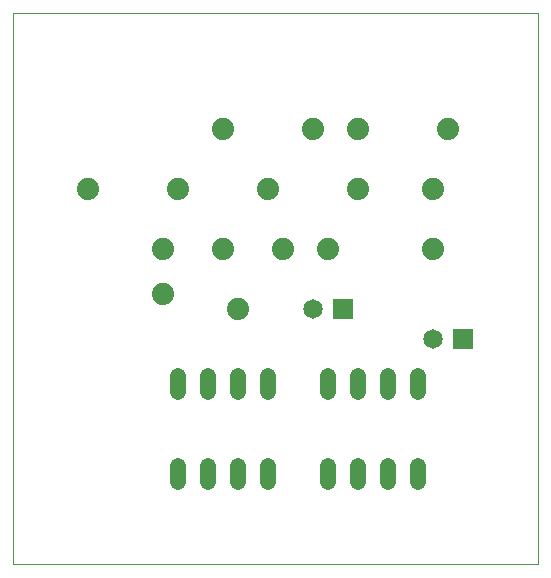
<source format=gtl>
G75*
G70*
%OFA0B0*%
%FSLAX24Y24*%
%IPPOS*%
%LPD*%
%AMOC8*
5,1,8,0,0,1.08239X$1,22.5*
%
%ADD10C,0.0000*%
%ADD11C,0.0740*%
%ADD12R,0.0650X0.0650*%
%ADD13C,0.0650*%
%ADD14C,0.0520*%
D10*
X000100Y000100D02*
X000100Y018470D01*
X017592Y018470D01*
X017592Y000100D01*
X000100Y000100D01*
D11*
X007600Y008600D03*
X007100Y010600D03*
X005600Y012600D03*
X005100Y010600D03*
X005100Y009100D03*
X002600Y012600D03*
X007100Y014600D03*
X008600Y012600D03*
X009100Y010600D03*
X010600Y010600D03*
X011600Y012600D03*
X011600Y014600D03*
X010100Y014600D03*
X014100Y012600D03*
X014100Y010600D03*
X014600Y014600D03*
D12*
X011100Y008600D03*
X015100Y007600D03*
D13*
X014100Y007600D03*
X010100Y008600D03*
D14*
X010600Y006360D02*
X010600Y005840D01*
X011600Y005840D02*
X011600Y006360D01*
X012600Y006360D02*
X012600Y005840D01*
X013600Y005840D02*
X013600Y006360D01*
X013600Y003360D02*
X013600Y002840D01*
X012600Y002840D02*
X012600Y003360D01*
X011600Y003360D02*
X011600Y002840D01*
X010600Y002840D02*
X010600Y003360D01*
X008600Y003360D02*
X008600Y002840D01*
X007600Y002840D02*
X007600Y003360D01*
X006600Y003360D02*
X006600Y002840D01*
X005600Y002840D02*
X005600Y003360D01*
X005600Y005840D02*
X005600Y006360D01*
X006600Y006360D02*
X006600Y005840D01*
X007600Y005840D02*
X007600Y006360D01*
X008600Y006360D02*
X008600Y005840D01*
M02*

</source>
